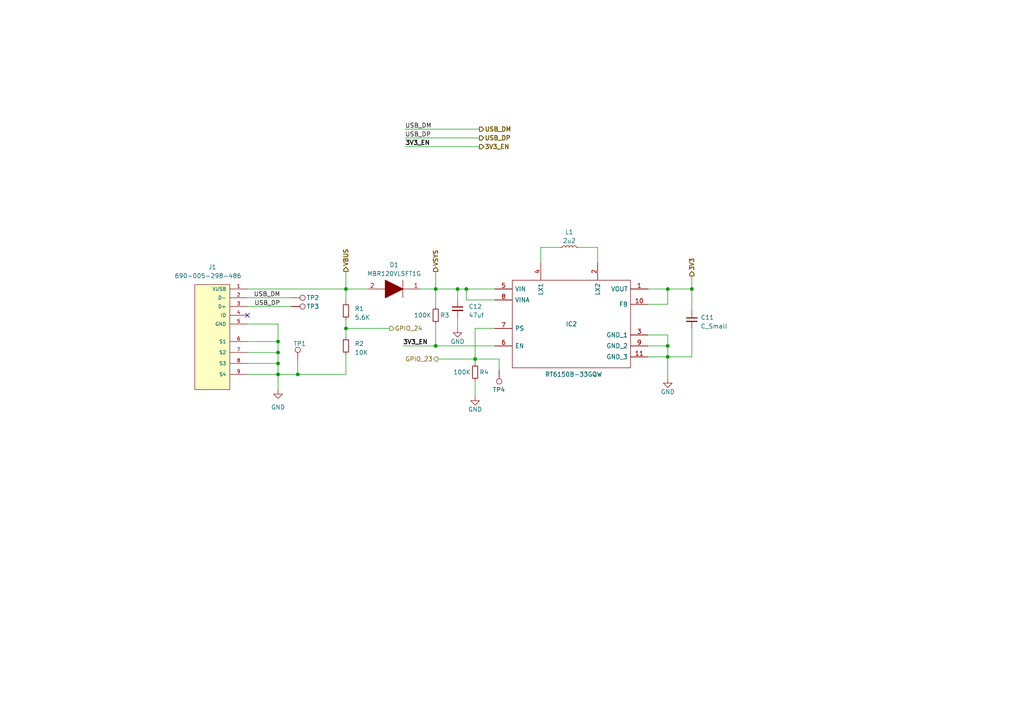
<source format=kicad_sch>
(kicad_sch (version 20230121) (generator eeschema)
  (paper "A4")
  (lib_symbols
    (symbol "Connector:TestPoint" (pin_numbers hide) (pin_names (offset 0.762) hide)
      (property "Reference" "TP" (at 0 6.858 0))
      (property "Value" "TestPoint" (at 0 5.08 0))
      (symbol "TestPoint_0_1"
        (circle (center 0 3.302) (radius 0.762))
      )
      (symbol "TestPoint_1_1"
        (pin passive line (at 0 0 90) (length 2.54) (name "1") (number "1"))
      )
    )
    (symbol "Device:C_Small" (pin_numbers hide) (pin_names (offset 0.254) hide)
      (property "Reference" "C" (at 0.254 1.778 0))
      (property "Value" "C_Small" (at 0.254 -2.032 0))
      (symbol "C_Small_0_1"
        (polyline (pts (xy -1.524 -0.508) (xy 1.524 -0.508)) (stroke (width 0.3302)))
        (polyline (pts (xy -1.524 0.508) (xy 1.524 0.508)) (stroke (width 0.3048)))
      )
      (symbol "C_Small_1_1"
        (pin passive line (at 0 2.54 270) (length 2.032) (name "~") (number "1"))
        (pin passive line (at 0 -2.54 90) (length 2.032) (name "~") (number "2"))
      )
    )
    (symbol "Device:L_Small" (pin_numbers hide) (pin_names (offset 0.254) hide)
      (property "Reference" "L" (at 0.762 1.016 0))
      (property "Value" "L_Small" (at 0.762 -1.016 0))
      (symbol "L_Small_0_1"
        (arc (start 0 -2.032) (mid 0.5058 -1.524) (end 0 -1.016))
        (arc (start 0 -1.016) (mid 0.5058 -0.508) (end 0 0))
        (arc (start 0 0) (mid 0.5058 0.508) (end 0 1.016))
        (arc (start 0 1.016) (mid 0.5058 1.524) (end 0 2.032))
      )
      (symbol "L_Small_1_1"
        (pin passive line (at 0 2.54 270) (length 0.508) (name "~") (number "1"))
        (pin passive line (at 0 -2.54 90) (length 0.508) (name "~") (number "2"))
      )
    )
    (symbol "Device:R_Small" (pin_numbers hide) (pin_names (offset 0.254) hide)
      (property "Reference" "R" (at 0.762 0.508 0))
      (property "Value" "R_Small" (at 0.762 -1.016 0))
      (symbol "R_Small_0_1"
        (rectangle (start -0.762 1.778) (end 0.762 -1.778) (stroke (width 0.2032)))
      )
      (symbol "R_Small_1_1"
        (pin passive line (at 0 2.54 270) (length 0.762) (name "~") (number "1"))
        (pin passive line (at 0 -2.54 90) (length 0.762) (name "~") (number "2"))
      )
    )
    (symbol "KiCadSymbols:USB_B_10118193-0001LF" (pin_names (offset 1.016))
      (property "Reference" "J1" (at 0 13.97 0))
      (property "Value" "U254-051N-4BH806" (at 1.27 11.43 0))
      (symbol "USB_B_10118193-0001LF_0_0"
        (rectangle (start -5.08 8.89) (end 5.08 -21.59) (stroke (width 0.1524)) (fill (type background)))
        (pin passive line (at -10.16 7.62 0) (length 5.08) (name "VUSB") (number "1"))
        (pin passive line (at -10.16 5.08 0) (length 5.08) (name "D-") (number "2"))
        (pin passive line (at -10.16 2.54 0) (length 5.08) (name "D+") (number "3"))
        (pin passive line (at -10.16 0 0) (length 5.08) (name "ID") (number "4"))
        (pin passive line (at -10.16 -2.54 0) (length 5.08) (name "GND") (number "5"))
        (pin passive line (at -10.16 -7.62 0) (length 5.08) (name "S1") (number "6"))
        (pin passive line (at -10.16 -10.795 0) (length 5.08) (name "S2") (number "7"))
        (pin passive line (at -10.16 -13.97 0) (length 5.08) (name "S3") (number "8"))
        (pin passive line (at -10.16 -17.145 0) (length 5.08) (name "S4") (number "9"))
      )
    )
    (symbol "SamacSys_Parts:MBR120VLSFT1G" (pin_names (offset 0.762))
      (property "Reference" "D" (at 11.43 5.08 0))
      (property "Value" "MBR120VLSFT1G" (at 11.43 2.54 0))
      (symbol "MBR120VLSFT1G_0_0"
        (pin passive line (at 0 0 0) (length 2.54) (name "~") (number "1"))
        (pin passive line (at 15.24 0 180) (length 2.54) (name "~") (number "2"))
      )
      (symbol "MBR120VLSFT1G_0_1"
        (polyline (pts (xy 2.54 0) (xy 5.08 0)) (stroke (width 0.1524)))
        (polyline (pts (xy 5.08 2.54) (xy 5.08 -2.54)) (stroke (width 0.1524)))
        (polyline (pts (xy 10.16 0) (xy 12.7 0)) (stroke (width 0.1524)))
        (polyline (pts (xy 5.08 0) (xy 10.16 2.54) (xy 10.16 -2.54) (xy 5.08 0)) (stroke (width 0.254)) (fill (type outline)))
      )
    )
    (symbol "SamacSys_Parts:RT6150B-33GQW" (pin_names (offset 0.762))
      (property "Reference" "IC2" (at 22.225 -10.16 0))
      (property "Value" "RT6150B-33GQW" (at 22.86 -24.765 0))
      (symbol "RT6150B-33GQW_0_0"
        (pin passive line (at 44.45 0 180) (length 5.08) (name "VOUT") (number "1"))
        (pin passive line (at 44.45 -4.445 180) (length 5.08) (name "FB") (number "10"))
        (pin passive line (at 44.45 -19.685 180) (length 5.08) (name "GND_3") (number "11"))
        (pin passive line (at 29.845 7.62 270) (length 5.08) (name "LX2") (number "2"))
        (pin passive line (at 44.45 -13.335 180) (length 5.08) (name "GND_1") (number "3"))
        (pin passive line (at 13.335 7.62 270) (length 5.08) (name "LX1") (number "4"))
        (pin passive line (at 0 0 0) (length 5.08) (name "VIN") (number "5"))
        (pin passive line (at 0 -16.51 0) (length 5.08) (name "EN") (number "6"))
        (pin passive line (at 0 -11.43 0) (length 5.08) (name "PS") (number "7"))
        (pin passive line (at 0 -3.175 0) (length 5.08) (name "VINA") (number "8"))
        (pin passive line (at 44.45 -16.51 180) (length 5.08) (name "GND_2") (number "9"))
      )
      (symbol "RT6150B-33GQW_0_1"
        (polyline (pts (xy 5.08 2.54) (xy 39.37 2.54) (xy 39.37 -22.86) (xy 5.08 -22.86) (xy 5.08 2.54)) (stroke (width 0.1524)))
      )
    )
    (symbol "power:GND" (power) (pin_names (offset 0))
      (property "Value" "GND" (at 0 -3.81 0))
      (symbol "GND_0_1"
        (polyline (pts (xy 0 0) (xy 0 -1.27) (xy 1.27 -1.27) (xy 0 -2.54) (xy -1.27 -1.27) (xy 0 -1.27)))
      )
      (symbol "GND_1_1"
        (pin power_in line (at 0 0 270) (length 0) hide (name "GND") (number "1"))
      )
    )
  )
  (junction (at 80.645 102.235))
  (junction (at 135.255 83.82))
  (junction (at 193.675 100.33))
  (junction (at 126.365 100.33))
  (junction (at 80.645 108.585))
  (junction (at 86.36 108.585))
  (junction (at 126.365 83.82))
  (junction (at 80.645 105.41))
  (junction (at 100.33 95.25))
  (junction (at 132.715 83.82))
  (junction (at 193.675 83.82))
  (junction (at 193.675 103.505))
  (junction (at 200.66 83.82))
  (junction (at 100.33 83.82))
  (junction (at 80.645 99.06))
  (junction (at 137.795 104.14))
  (no_connect (at 71.755 91.44))
  (wire (pts (xy 156.845 71.755) (xy 156.845 76.2)))
  (wire (pts (xy 187.96 83.82) (xy 193.675 83.82)))
  (wire (pts (xy 80.645 105.41) (xy 80.645 108.585)))
  (wire (pts (xy 71.755 99.06) (xy 80.645 99.06)))
  (wire (pts (xy 100.33 108.585) (xy 100.33 102.87)))
  (wire (pts (xy 126.365 100.33) (xy 116.84 100.33)))
  (wire (pts (xy 100.33 83.82) (xy 106.68 83.82)))
  (wire (pts (xy 193.675 97.155) (xy 193.675 100.33)))
  (wire (pts (xy 80.645 93.98) (xy 80.645 99.06)))
  (wire (pts (xy 100.33 78.74) (xy 100.33 83.82)))
  (wire (pts (xy 100.33 95.25) (xy 100.33 97.79)))
  (wire (pts (xy 193.675 100.33) (xy 193.675 103.505)))
  (wire (pts (xy 137.795 110.49) (xy 137.795 114.935)))
  (wire (pts (xy 200.66 103.505) (xy 193.675 103.505)))
  (wire (pts (xy 143.51 86.995) (xy 135.255 86.995)))
  (wire (pts (xy 193.675 83.82) (xy 193.675 88.265)))
  (wire (pts (xy 126.365 83.82) (xy 126.365 88.9)))
  (wire (pts (xy 71.755 86.36) (xy 84.455 86.36)))
  (wire (pts (xy 126.365 83.82) (xy 132.715 83.82)))
  (wire (pts (xy 80.645 108.585) (xy 86.36 108.585)))
  (wire (pts (xy 71.755 83.82) (xy 100.33 83.82)))
  (wire (pts (xy 71.755 105.41) (xy 80.645 105.41)))
  (wire (pts (xy 117.475 42.545) (xy 139.065 42.545)))
  (wire (pts (xy 86.36 108.585) (xy 100.33 108.585)))
  (wire (pts (xy 100.33 83.82) (xy 100.33 87.63)))
  (wire (pts (xy 80.645 99.06) (xy 80.645 102.235)))
  (wire (pts (xy 132.715 92.075) (xy 132.715 95.25)))
  (wire (pts (xy 71.755 88.9) (xy 84.455 88.9)))
  (wire (pts (xy 117.475 40.005) (xy 139.065 40.005)))
  (wire (pts (xy 187.96 97.155) (xy 193.675 97.155)))
  (wire (pts (xy 137.795 95.25) (xy 137.795 104.14)))
  (wire (pts (xy 143.51 95.25) (xy 137.795 95.25)))
  (wire (pts (xy 126.365 78.74) (xy 126.365 83.82)))
  (wire (pts (xy 80.645 108.585) (xy 80.645 113.03)))
  (wire (pts (xy 162.56 71.755) (xy 156.845 71.755)))
  (wire (pts (xy 135.255 86.995) (xy 135.255 83.82)))
  (wire (pts (xy 117.475 37.465) (xy 139.065 37.465)))
  (wire (pts (xy 187.96 100.33) (xy 193.675 100.33)))
  (wire (pts (xy 135.255 83.82) (xy 143.51 83.82)))
  (wire (pts (xy 71.755 102.235) (xy 80.645 102.235)))
  (wire (pts (xy 144.78 107.315) (xy 144.78 104.14)))
  (wire (pts (xy 200.66 83.82) (xy 193.675 83.82)))
  (wire (pts (xy 86.36 104.775) (xy 86.36 108.585)))
  (wire (pts (xy 132.715 83.82) (xy 135.255 83.82)))
  (wire (pts (xy 132.715 83.82) (xy 132.715 86.995)))
  (wire (pts (xy 193.675 103.505) (xy 187.96 103.505)))
  (wire (pts (xy 167.64 71.755) (xy 173.355 71.755)))
  (wire (pts (xy 127 104.14) (xy 137.795 104.14)))
  (wire (pts (xy 126.365 100.33) (xy 143.51 100.33)))
  (wire (pts (xy 200.66 80.01) (xy 200.66 83.82)))
  (wire (pts (xy 80.645 108.585) (xy 71.755 108.585)))
  (wire (pts (xy 137.795 104.14) (xy 144.78 104.14)))
  (wire (pts (xy 200.66 95.25) (xy 200.66 103.505)))
  (wire (pts (xy 193.675 103.505) (xy 193.675 109.855)))
  (wire (pts (xy 121.92 83.82) (xy 126.365 83.82)))
  (wire (pts (xy 137.795 104.14) (xy 137.795 105.41)))
  (wire (pts (xy 126.365 93.98) (xy 126.365 100.33)))
  (wire (pts (xy 80.645 102.235) (xy 80.645 105.41)))
  (wire (pts (xy 193.675 88.265) (xy 187.96 88.265)))
  (wire (pts (xy 100.33 92.71) (xy 100.33 95.25)))
  (wire (pts (xy 200.66 90.17) (xy 200.66 83.82)))
  (wire (pts (xy 71.755 93.98) (xy 80.645 93.98)))
  (wire (pts (xy 100.33 95.25) (xy 113.03 95.25)))
  (wire (pts (xy 173.355 71.755) (xy 173.355 76.2)))
  (label "3V3_EN" (at 117.475 42.545 0) (effects (font bold)))
  (label "USB_DM" (at 117.475 37.465 0))
  (label "USB_DM" (at 81.28 86.36 180))
  (label "USB_DP" (at 117.475 40.005 0))
  (label "3V3_EN" (at 116.84 100.33 0) (effects (font bold)))
  (label "USB_DP" (at 81.28 88.9 180))
  (hierarchical_label "GPIO_23" (shape output) (at 127 104.14 180))
  (hierarchical_label "3V3" (shape output) (at 200.66 80.01 90) (effects (font bold)))
  (hierarchical_label "GPIO_24" (shape output) (at 113.03 95.25 0))
  (hierarchical_label "VSYS" (shape output) (at 126.365 78.74 90) (effects (font bold)))
  (hierarchical_label "VBUS" (shape output) (at 100.33 78.74 90) (effects (font bold)))
  (hierarchical_label "USB_DM" (shape output) (at 139.065 37.465 0) (effects (font bold)))
  (hierarchical_label "USB_DP" (shape output) (at 139.065 40.005 0) (effects (font bold)))
  (hierarchical_label "3V3_EN" (shape output) (at 139.065 42.545 0) (effects (font bold)))
  (symbol (lib_id "Device:C_Small") (at 200.66 92.71 0) (unit 1)
    (property "Reference" "C11" (at 203.2 92.0813 0) (effects (justify left)))
    (property "Value" "C_Small" (at 203.2 94.6213 0) (effects (justify left)))
  )
  (symbol (lib_id "power:GND") (at 193.675 109.855 0) (unit 1)
    (property "Reference" "#PWR04" (effects hide))
    (property "Value" "GND" (at 193.675 113.665 0))
  )
  (symbol (lib_id "SamacSys_Parts:RT6150B-33GQW") (at 143.51 83.82 0) (unit 1)
    (property "Reference" "IC2" (at 165.735 93.98 0))
    (property "Value" "RT6150B-33GQW" (at 166.37 108.585 0))
    (property "Footprint" "SON50P250X250X80-11N-D" (effects hide))
    (property "Datasheet" "https://datasheet.octopart.com/RT6150B-33GQW-Richtek-datasheet-82510503.pdf" (effects hide))
    (property "Description" "IC REG BCK BST 3.3V 800MA 10WDFN" (effects hide))
    (property "Height" "0.8" (effects hide))
    (property "Manufacturer_Name" "RICHTEK" (effects hide))
    (property "Manufacturer_Part_Number" "RT6150B-33GQW" (effects hide))
  )
  (symbol (lib_id "Connector:TestPoint") (at 84.455 88.9 270) (unit 1)
    (property "Reference" "TP3" (at 88.9 88.9 90) (effects (justify left)))
    (property "Value" "  " (at 90.17 90.805 90) (effects (justify left)))
  )
  (symbol (lib_id "power:GND") (at 137.795 114.935 0) (unit 1)
    (property "Reference" "#PWR06" (effects hide))
    (property "Value" "GND" (at 137.795 118.745 0))
  )
  (symbol (lib_id "power:GND") (at 80.645 113.03 0) (unit 1)
    (property "Reference" "#PWR03" (effects hide))
    (property "Value" "GND" (at 80.645 118.11 0))
  )
  (symbol (lib_id "Device:R_Small") (at 100.33 90.17 0) (unit 1)
    (property "Reference" "R1" (at 102.87 89.535 0) (effects (justify left)))
    (property "Value" "5.6K" (at 102.87 92.075 0) (effects (justify left)))
  )
  (symbol (lib_id "power:GND") (at 132.715 95.25 0) (unit 1)
    (property "Reference" "#PWR05" (effects hide))
    (property "Value" "GND" (at 132.715 99.06 0))
  )
  (symbol (lib_id "Device:L_Small") (at 165.1 71.755 90) (unit 1)
    (property "Reference" "L1" (at 165.1 67.31 90))
    (property "Value" "2u2" (at 165.1 69.85 90))
  )
  (symbol (lib_id "Device:R_Small") (at 100.33 100.33 0) (unit 1)
    (property "Reference" "R2" (at 102.87 99.695 0) (effects (justify left)))
    (property "Value" "10K" (at 102.87 102.235 0) (effects (justify left)))
  )
  (symbol (lib_id "Connector:TestPoint") (at 84.455 86.36 270) (unit 1)
    (property "Reference" "TP2" (at 88.9 86.36 90) (effects (justify left)))
    (property "Value" "  " (at 88.9 88.265 90) (effects (justify left)))
  )
  (symbol (lib_id "Device:C_Small") (at 132.715 89.535 0) (unit 1)
    (property "Reference" "C12" (at 135.89 88.9063 0) (effects (justify left)))
    (property "Value" "47uf" (at 135.89 91.4463 0) (effects (justify left)))
  )
  (symbol (lib_id "KiCadSymbols:USB_B_10118193-0001LF") (at 61.595 91.44 0) (mirror y) (unit 1)
    (property "Reference" "J1" (at 61.595 77.47 0))
    (property "Value" "690-005-298-486" (at 60.325 80.01 0))
    (property "Footprint" "footprints:EDAC_690-005-298-486" (effects hide))
    (property "DESCRIPTION" "Single Port 5 Contact Shielded SMT MICRO USB B-Type Receptacle" (effects hide))
    (property "MP" "10118193-0001LF" (effects hide))
    (property "AVAILABILITY" "Unavailable" (effects hide))
    (property "PRICE" "None" (effects hide))
    (property "MF" "Amphenol FCI" (effects hide))
    (property "PACKAGE" "None" (effects hide))
  )
  (symbol (lib_id "Connector:TestPoint") (at 144.78 107.315 180) (unit 1)
    (property "Reference" "TP4" (at 142.875 113.03 0) (effects (justify right)))
    (property "Value" "   " (at 147.32 112.522 0) (effects (justify right)))
  )
  (symbol (lib_id "Connector:TestPoint") (at 86.36 104.775 0) (unit 1)
    (property "Reference" "TP1" (at 85.09 99.695 0) (effects (justify left)))
    (property "Value" "  " (at 88.9 103.378 0) (effects (justify left)))
  )
  (symbol (lib_id "Device:R_Small") (at 137.795 107.95 0) (unit 1)
    (property "Reference" "R4" (at 139.065 107.95 0) (effects (justify left)))
    (property "Value" "100K" (at 131.445 107.95 0) (effects (justify left)))
  )
  (symbol (lib_id "SamacSys_Parts:MBR120VLSFT1G") (at 121.92 83.82 180) (unit 1)
    (property "Reference" "D1" (at 114.3 76.835 0))
    (property "Value" "MBR120VLSFT1G" (at 114.3 79.375 0))
    (property "Footprint" "SODFL3616X98N" (effects hide))
    (property "Datasheet" "http://www.onsemi.com/pub/Collateral/MBR120VLSFT1-D.PDF" (effects hide))
    (property "Description" "Diode Schottky 20V 1A SOD123FL ON Semi MBR120VLSFT1G, SMT Schottky Diode, 20V 1A, 2-Pin SOD-123FL" (effects hide))
    (property "Height" "0.98" (effects hide))
    (property "Manufacturer_Name" "onsemi" (effects hide))
    (property "Manufacturer_Part_Number" "MBR120VLSFT1G" (effects hide))
    (property "Mouser Part Number" "863-MBR120VLSFT1G" (effects hide))
    (property "Mouser Price/Stock" "https://www.mouser.co.uk/ProductDetail/onsemi/MBR120VLSFT1G?qs=3JMERSakebpX%252BkItPpFCkg%3D%3D" (effects hide))
    (property "Arrow Part Number" "MBR120VLSFT1G" (effects hide))
    (property "Arrow Price/Stock" "https://www.arrow.com/en/products/mbr120vlsft1g/on-semiconductor?region=nac" (effects hide))
  )
  (symbol (lib_id "Device:R_Small") (at 126.365 91.44 0) (unit 1)
    (property "Reference" "R3" (at 127.635 91.44 0) (effects (justify left)))
    (property "Value" "100K" (at 120.015 91.44 0) (effects (justify left)))
  )
)
</source>
